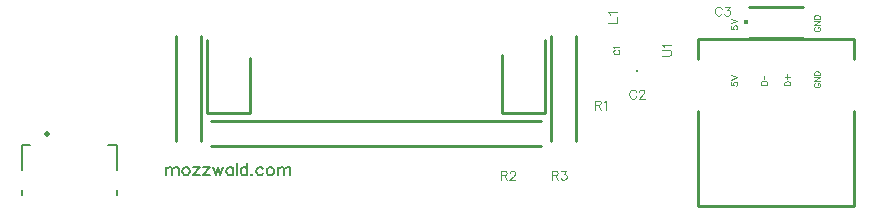
<source format=gbr>
G04 DipTrace 2.4.0.2*
%INTopSilk.gbr*%
%MOIN*%
%ADD10C,0.0098*%
%ADD12C,0.003*%
%ADD16C,0.0157*%
%ADD19C,0.0197*%
%ADD22C,0.0125*%
%ADD31C,0.0059*%
%ADD98C,0.0046*%
%ADD99C,0.0062*%
%FSLAX44Y44*%
G04*
G70*
G90*
G75*
G01*
%LNTopSilk*%
%LPD*%
X22194Y9202D2*
D10*
Y6745D1*
X20761D1*
Y8690D1*
X12368Y8588D2*
Y6745D1*
X10935D1*
Y9202D1*
X27284Y9239D2*
X32481D1*
Y3641D2*
Y6822D1*
Y8554D2*
Y9231D1*
Y3641D2*
X27284D1*
Y6822D1*
Y8554D2*
Y9231D1*
D19*
X5598Y6057D3*
X4752Y4856D2*
D31*
Y5683D1*
X5027D1*
X7941Y4856D2*
Y5683D1*
X7626D1*
X4752Y4187D2*
Y4029D1*
X7941Y4187D2*
Y4029D1*
X10736Y9315D2*
D10*
Y5815D1*
X9894Y9315D2*
Y5815D1*
X11065Y6486D2*
X22065D1*
X11065Y5644D2*
X22065D1*
X22394Y5815D2*
Y9315D1*
X23236Y5815D2*
Y9315D1*
D16*
X28902Y9774D3*
X28986Y9246D2*
D10*
X30786D1*
X28986Y10303D2*
X30786D1*
D22*
X25276Y8162D3*
X25225Y7465D2*
D98*
X25211Y7493D1*
X25182Y7522D1*
X25153Y7536D1*
X25096D1*
X25067Y7522D1*
X25038Y7493D1*
X25024Y7465D1*
X25010Y7421D1*
Y7350D1*
X25024Y7307D1*
X25038Y7278D1*
X25067Y7249D1*
X25096Y7235D1*
X25153D1*
X25182Y7249D1*
X25211Y7278D1*
X25225Y7307D1*
X25332Y7464D2*
Y7479D1*
X25346Y7507D1*
X25361Y7522D1*
X25389Y7536D1*
X25447D1*
X25475Y7522D1*
X25490Y7507D1*
X25504Y7479D1*
Y7450D1*
X25490Y7421D1*
X25461Y7378D1*
X25317Y7235D1*
X25518D1*
X24304Y9771D2*
X24605D1*
Y9944D1*
X24362Y10036D2*
X24347Y10065D1*
X24304Y10108D1*
X24605D1*
X23852Y7026D2*
X23981D1*
X24024Y7041D1*
X24039Y7055D1*
X24053Y7083D1*
Y7112D1*
X24039Y7141D1*
X24024Y7155D1*
X23981Y7170D1*
X23852D1*
Y6868D1*
X23953Y7026D2*
X24053Y6868D1*
X24146Y7112D2*
X24175Y7126D1*
X24218Y7169D1*
Y6868D1*
X20715Y4685D2*
X20844D1*
X20887Y4700D1*
X20901Y4714D1*
X20916Y4743D1*
Y4771D1*
X20901Y4800D1*
X20887Y4814D1*
X20844Y4829D1*
X20715D1*
Y4527D1*
X20815Y4685D2*
X20916Y4527D1*
X21023Y4757D2*
Y4771D1*
X21037Y4800D1*
X21052Y4814D1*
X21080Y4828D1*
X21138D1*
X21166Y4814D1*
X21181Y4800D1*
X21195Y4771D1*
Y4743D1*
X21181Y4714D1*
X21152Y4671D1*
X21008Y4527D1*
X21209D1*
X22421Y4685D2*
X22550D1*
X22593Y4700D1*
X22607Y4714D1*
X22621Y4743D1*
Y4771D1*
X22607Y4800D1*
X22593Y4814D1*
X22550Y4829D1*
X22421D1*
Y4527D1*
X22521Y4685D2*
X22621Y4527D1*
X22743Y4828D2*
X22900D1*
X22815Y4714D1*
X22858D1*
X22886Y4699D1*
X22900Y4685D1*
X22915Y4642D1*
Y4614D1*
X22900Y4570D1*
X22872Y4542D1*
X22829Y4527D1*
X22786D1*
X22743Y4542D1*
X22729Y4556D1*
X22714Y4585D1*
X26101Y8660D2*
X26316D1*
X26359Y8674D1*
X26388Y8703D1*
X26402Y8746D1*
Y8775D1*
X26388Y8818D1*
X26359Y8847D1*
X26316Y8861D1*
X26101D1*
X26159Y8953D2*
X26144Y8982D1*
X26101Y9025D1*
X26402D1*
X28078Y10233D2*
X28064Y10262D1*
X28035Y10291D1*
X28006Y10305D1*
X27949D1*
X27920Y10291D1*
X27892Y10262D1*
X27877Y10233D1*
X27863Y10190D1*
Y10118D1*
X27877Y10075D1*
X27892Y10047D1*
X27920Y10018D1*
X27949Y10004D1*
X28006D1*
X28035Y10018D1*
X28064Y10047D1*
X28078Y10075D1*
X28200Y10305D2*
X28357D1*
X28271Y10190D1*
X28314D1*
X28343Y10176D1*
X28357Y10161D1*
X28372Y10118D1*
Y10090D1*
X28357Y10047D1*
X28329Y10018D1*
X28285Y10004D1*
X28242D1*
X28200Y10018D1*
X28185Y10032D1*
X28171Y10061D1*
X9557Y4952D2*
D99*
Y4684D1*
Y4876D2*
X9614Y4933D1*
X9653Y4952D1*
X9710D1*
X9748Y4933D1*
X9767Y4876D1*
Y4684D1*
Y4876D2*
X9825Y4933D1*
X9863Y4952D1*
X9920D1*
X9959Y4933D1*
X9978Y4876D1*
Y4684D1*
X10197Y4952D2*
X10159Y4933D1*
X10120Y4895D1*
X10101Y4837D1*
Y4799D1*
X10120Y4742D1*
X10159Y4704D1*
X10197Y4684D1*
X10254D1*
X10293Y4704D1*
X10331Y4742D1*
X10350Y4799D1*
Y4837D1*
X10331Y4895D1*
X10293Y4933D1*
X10254Y4952D1*
X10197D1*
X10474D2*
X10684D1*
X10474Y4684D1*
X10684D1*
X10808Y4952D2*
X11018D1*
X10808Y4684D1*
X11018D1*
X11142Y4952D2*
X11218Y4684D1*
X11295Y4952D1*
X11371Y4684D1*
X11448Y4952D1*
X11801D2*
Y4684D1*
Y4895D2*
X11763Y4933D1*
X11724Y4952D1*
X11667D1*
X11629Y4933D1*
X11591Y4895D1*
X11571Y4837D1*
Y4799D1*
X11591Y4742D1*
X11629Y4704D1*
X11667Y4684D1*
X11724D1*
X11763Y4704D1*
X11801Y4742D1*
X11924Y5086D2*
Y4684D1*
X12277Y5086D2*
Y4684D1*
Y4895D2*
X12239Y4933D1*
X12201Y4952D1*
X12143D1*
X12105Y4933D1*
X12067Y4895D1*
X12048Y4837D1*
Y4799D1*
X12067Y4742D1*
X12105Y4704D1*
X12143Y4684D1*
X12201D1*
X12239Y4704D1*
X12277Y4742D1*
X12420Y4723D2*
X12401Y4703D1*
X12420Y4684D1*
X12439Y4703D1*
X12420Y4723D1*
X12793Y4895D2*
X12754Y4933D1*
X12716Y4952D1*
X12659D1*
X12620Y4933D1*
X12582Y4895D1*
X12563Y4837D1*
Y4799D1*
X12582Y4742D1*
X12620Y4704D1*
X12659Y4684D1*
X12716D1*
X12754Y4704D1*
X12793Y4742D1*
X13012Y4952D2*
X12974Y4933D1*
X12935Y4895D1*
X12916Y4837D1*
Y4799D1*
X12935Y4742D1*
X12974Y4704D1*
X13012Y4684D1*
X13069D1*
X13108Y4704D1*
X13146Y4742D1*
X13165Y4799D1*
Y4837D1*
X13146Y4895D1*
X13108Y4933D1*
X13069Y4952D1*
X13012D1*
X13289D2*
Y4684D1*
Y4876D2*
X13346Y4933D1*
X13385Y4952D1*
X13442D1*
X13480Y4933D1*
X13499Y4876D1*
Y4684D1*
Y4876D2*
X13557Y4933D1*
X13595Y4952D1*
X13652D1*
X13691Y4933D1*
X13710Y4876D1*
Y4684D1*
X28404Y7785D2*
D12*
Y7690D1*
X28490Y7680D1*
X28480Y7690D1*
X28470Y7719D1*
Y7747D1*
X28480Y7776D1*
X28499Y7795D1*
X28528Y7805D1*
X28547D1*
X28576Y7795D1*
X28595Y7776D1*
X28604Y7747D1*
Y7719D1*
X28595Y7690D1*
X28585Y7680D1*
X28566Y7671D1*
X28403Y7866D2*
X28604Y7943D1*
X28403Y8019D1*
X30176Y7681D2*
X30377D1*
Y7748D1*
X30367Y7777D1*
X30348Y7796D1*
X30329Y7806D1*
X30301Y7815D1*
X30253D1*
X30224Y7806D1*
X30205Y7796D1*
X30186Y7777D1*
X30176Y7748D1*
Y7681D1*
X30191Y7963D2*
X30363D1*
X30277Y7877D2*
Y8049D1*
X29387Y7694D2*
X29588D1*
Y7761D1*
X29578Y7789D1*
X29559Y7809D1*
X29540Y7818D1*
X29511Y7828D1*
X29463D1*
X29435Y7818D1*
X29416Y7809D1*
X29396Y7789D1*
X29387Y7761D1*
Y7694D1*
X29488Y7889D2*
Y8000D1*
X31203Y7752D2*
X31184Y7742D1*
X31165Y7723D1*
X31155Y7704D1*
Y7666D1*
X31165Y7647D1*
X31184Y7628D1*
X31203Y7618D1*
X31232Y7608D1*
X31280D1*
X31308Y7618D1*
X31328Y7628D1*
X31347Y7647D1*
X31356Y7666D1*
Y7704D1*
X31347Y7723D1*
X31328Y7742D1*
X31308Y7752D1*
X31280D1*
Y7704D1*
X31155Y7948D2*
X31356D1*
X31155Y7814D1*
X31356D1*
X31155Y8009D2*
X31356D1*
Y8076D1*
X31347Y8105D1*
X31328Y8124D1*
X31308Y8134D1*
X31280Y8143D1*
X31232D1*
X31203Y8134D1*
X31184Y8124D1*
X31165Y8105D1*
X31155Y8076D1*
Y8009D1*
X24519Y8859D2*
X24500Y8850D1*
X24481Y8831D1*
X24471Y8812D1*
Y8773D1*
X24481Y8754D1*
X24500Y8735D1*
X24519Y8725D1*
X24548Y8716D1*
X24596D1*
X24624Y8725D1*
X24644Y8735D1*
X24663Y8754D1*
X24672Y8773D1*
Y8812D1*
X24663Y8831D1*
X24644Y8850D1*
X24624Y8859D1*
X24510Y8921D2*
X24500Y8940D1*
X24472Y8969D1*
X24672D1*
X28404Y9661D2*
Y9565D1*
X28490Y9556D1*
X28480Y9565D1*
X28470Y9594D1*
Y9622D1*
X28480Y9651D1*
X28499Y9670D1*
X28528Y9680D1*
X28547D1*
X28576Y9670D1*
X28595Y9651D1*
X28604Y9622D1*
Y9594D1*
X28595Y9565D1*
X28585Y9556D1*
X28566Y9546D1*
X28403Y9742D2*
X28604Y9818D1*
X28403Y9895D1*
X31203Y9627D2*
X31184Y9617D1*
X31165Y9598D1*
X31155Y9579D1*
Y9541D1*
X31165Y9522D1*
X31184Y9503D1*
X31203Y9493D1*
X31232Y9484D1*
X31280D1*
X31308Y9493D1*
X31328Y9503D1*
X31347Y9522D1*
X31356Y9541D1*
Y9579D1*
X31347Y9598D1*
X31328Y9617D1*
X31308Y9627D1*
X31280D1*
Y9579D1*
X31155Y9823D2*
X31356D1*
X31155Y9689D1*
X31356D1*
X31155Y9884D2*
X31356D1*
Y9951D1*
X31347Y9980D1*
X31328Y9999D1*
X31308Y10009D1*
X31280Y10018D1*
X31232D1*
X31203Y10009D1*
X31184Y9999D1*
X31165Y9980D1*
X31155Y9951D1*
Y9884D1*
M02*

</source>
